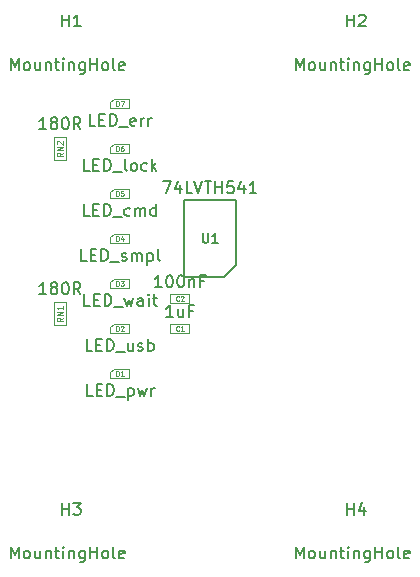
<source format=gbr>
G04 #@! TF.GenerationSoftware,KiCad,Pcbnew,(5.1.2)-1*
G04 #@! TF.CreationDate,2020-09-11T17:35:28+02:00*
G04 #@! TF.ProjectId,LEDadapter,4c454461-6461-4707-9465-722e6b696361,1.0*
G04 #@! TF.SameCoordinates,Original*
G04 #@! TF.FileFunction,Other,Fab,Top*
%FSLAX46Y46*%
G04 Gerber Fmt 4.6, Leading zero omitted, Abs format (unit mm)*
G04 Created by KiCad (PCBNEW (5.1.2)-1) date 2020-09-11 17:35:28*
%MOMM*%
%LPD*%
G04 APERTURE LIST*
%ADD10C,0.100000*%
%ADD11C,0.150000*%
%ADD12C,0.060000*%
%ADD13C,0.075000*%
G04 APERTURE END LIST*
D10*
X93180000Y-94850000D02*
X94780000Y-94850000D01*
X93180000Y-95650000D02*
X93180000Y-94850000D01*
X94780000Y-95650000D02*
X93180000Y-95650000D01*
X94780000Y-94850000D02*
X94780000Y-95650000D01*
X94780000Y-92310000D02*
X94780000Y-93110000D01*
X94780000Y-93110000D02*
X93180000Y-93110000D01*
X93180000Y-93110000D02*
X93180000Y-92310000D01*
X93180000Y-92310000D02*
X94780000Y-92310000D01*
X89700000Y-98660000D02*
X88400000Y-98660000D01*
X88400000Y-98660000D02*
X88100000Y-98960000D01*
X88100000Y-98960000D02*
X88100000Y-99460000D01*
X88100000Y-99460000D02*
X89700000Y-99460000D01*
X89700000Y-99460000D02*
X89700000Y-98660000D01*
X89700000Y-95650000D02*
X89700000Y-94850000D01*
X88100000Y-95650000D02*
X89700000Y-95650000D01*
X88100000Y-95150000D02*
X88100000Y-95650000D01*
X88400000Y-94850000D02*
X88100000Y-95150000D01*
X89700000Y-94850000D02*
X88400000Y-94850000D01*
X89700000Y-91040000D02*
X88400000Y-91040000D01*
X88400000Y-91040000D02*
X88100000Y-91340000D01*
X88100000Y-91340000D02*
X88100000Y-91840000D01*
X88100000Y-91840000D02*
X89700000Y-91840000D01*
X89700000Y-91840000D02*
X89700000Y-91040000D01*
X89700000Y-88030000D02*
X89700000Y-87230000D01*
X88100000Y-88030000D02*
X89700000Y-88030000D01*
X88100000Y-87530000D02*
X88100000Y-88030000D01*
X88400000Y-87230000D02*
X88100000Y-87530000D01*
X89700000Y-87230000D02*
X88400000Y-87230000D01*
X89700000Y-83420000D02*
X88400000Y-83420000D01*
X88400000Y-83420000D02*
X88100000Y-83720000D01*
X88100000Y-83720000D02*
X88100000Y-84220000D01*
X88100000Y-84220000D02*
X89700000Y-84220000D01*
X89700000Y-84220000D02*
X89700000Y-83420000D01*
X89700000Y-80410000D02*
X89700000Y-79610000D01*
X88100000Y-80410000D02*
X89700000Y-80410000D01*
X88100000Y-79910000D02*
X88100000Y-80410000D01*
X88400000Y-79610000D02*
X88100000Y-79910000D01*
X89700000Y-79610000D02*
X88400000Y-79610000D01*
X89700000Y-75800000D02*
X88400000Y-75800000D01*
X88400000Y-75800000D02*
X88100000Y-76100000D01*
X88100000Y-76100000D02*
X88100000Y-76600000D01*
X88100000Y-76600000D02*
X89700000Y-76600000D01*
X89700000Y-76600000D02*
X89700000Y-75800000D01*
X84320000Y-94980000D02*
X83320000Y-94980000D01*
X83320000Y-94980000D02*
X83320000Y-92980000D01*
X83320000Y-92980000D02*
X84320000Y-92980000D01*
X84320000Y-92980000D02*
X84320000Y-94980000D01*
X84320000Y-79010000D02*
X84320000Y-81010000D01*
X83320000Y-79010000D02*
X84320000Y-79010000D01*
X83320000Y-81010000D02*
X83320000Y-79010000D01*
X84320000Y-81010000D02*
X83320000Y-81010000D01*
D11*
X97720000Y-90880000D02*
X94320000Y-90880000D01*
X94320000Y-90880000D02*
X94320000Y-84380000D01*
X94320000Y-84380000D02*
X98720000Y-84380000D01*
X98720000Y-84380000D02*
X98720000Y-89880000D01*
X98720000Y-89880000D02*
X97720000Y-90880000D01*
X93384761Y-94272380D02*
X92813333Y-94272380D01*
X93099047Y-94272380D02*
X93099047Y-93272380D01*
X93003809Y-93415238D01*
X92908571Y-93510476D01*
X92813333Y-93558095D01*
X94241904Y-93605714D02*
X94241904Y-94272380D01*
X93813333Y-93605714D02*
X93813333Y-94129523D01*
X93860952Y-94224761D01*
X93956190Y-94272380D01*
X94099047Y-94272380D01*
X94194285Y-94224761D01*
X94241904Y-94177142D01*
X95051428Y-93748571D02*
X94718095Y-93748571D01*
X94718095Y-94272380D02*
X94718095Y-93272380D01*
X95194285Y-93272380D01*
D12*
X93913333Y-95392857D02*
X93894285Y-95411904D01*
X93837142Y-95430952D01*
X93799047Y-95430952D01*
X93741904Y-95411904D01*
X93703809Y-95373809D01*
X93684761Y-95335714D01*
X93665714Y-95259523D01*
X93665714Y-95202380D01*
X93684761Y-95126190D01*
X93703809Y-95088095D01*
X93741904Y-95050000D01*
X93799047Y-95030952D01*
X93837142Y-95030952D01*
X93894285Y-95050000D01*
X93913333Y-95069047D01*
X94294285Y-95430952D02*
X94065714Y-95430952D01*
X94180000Y-95430952D02*
X94180000Y-95030952D01*
X94141904Y-95088095D01*
X94103809Y-95126190D01*
X94065714Y-95145238D01*
D11*
X92432380Y-91732380D02*
X91860952Y-91732380D01*
X92146666Y-91732380D02*
X92146666Y-90732380D01*
X92051428Y-90875238D01*
X91956190Y-90970476D01*
X91860952Y-91018095D01*
X93051428Y-90732380D02*
X93146666Y-90732380D01*
X93241904Y-90780000D01*
X93289523Y-90827619D01*
X93337142Y-90922857D01*
X93384761Y-91113333D01*
X93384761Y-91351428D01*
X93337142Y-91541904D01*
X93289523Y-91637142D01*
X93241904Y-91684761D01*
X93146666Y-91732380D01*
X93051428Y-91732380D01*
X92956190Y-91684761D01*
X92908571Y-91637142D01*
X92860952Y-91541904D01*
X92813333Y-91351428D01*
X92813333Y-91113333D01*
X92860952Y-90922857D01*
X92908571Y-90827619D01*
X92956190Y-90780000D01*
X93051428Y-90732380D01*
X94003809Y-90732380D02*
X94099047Y-90732380D01*
X94194285Y-90780000D01*
X94241904Y-90827619D01*
X94289523Y-90922857D01*
X94337142Y-91113333D01*
X94337142Y-91351428D01*
X94289523Y-91541904D01*
X94241904Y-91637142D01*
X94194285Y-91684761D01*
X94099047Y-91732380D01*
X94003809Y-91732380D01*
X93908571Y-91684761D01*
X93860952Y-91637142D01*
X93813333Y-91541904D01*
X93765714Y-91351428D01*
X93765714Y-91113333D01*
X93813333Y-90922857D01*
X93860952Y-90827619D01*
X93908571Y-90780000D01*
X94003809Y-90732380D01*
X94765714Y-91065714D02*
X94765714Y-91732380D01*
X94765714Y-91160952D02*
X94813333Y-91113333D01*
X94908571Y-91065714D01*
X95051428Y-91065714D01*
X95146666Y-91113333D01*
X95194285Y-91208571D01*
X95194285Y-91732380D01*
X96003809Y-91208571D02*
X95670476Y-91208571D01*
X95670476Y-91732380D02*
X95670476Y-90732380D01*
X96146666Y-90732380D01*
D12*
X93913333Y-92852857D02*
X93894285Y-92871904D01*
X93837142Y-92890952D01*
X93799047Y-92890952D01*
X93741904Y-92871904D01*
X93703809Y-92833809D01*
X93684761Y-92795714D01*
X93665714Y-92719523D01*
X93665714Y-92662380D01*
X93684761Y-92586190D01*
X93703809Y-92548095D01*
X93741904Y-92510000D01*
X93799047Y-92490952D01*
X93837142Y-92490952D01*
X93894285Y-92510000D01*
X93913333Y-92529047D01*
X94065714Y-92529047D02*
X94084761Y-92510000D01*
X94122857Y-92490952D01*
X94218095Y-92490952D01*
X94256190Y-92510000D01*
X94275238Y-92529047D01*
X94294285Y-92567142D01*
X94294285Y-92605238D01*
X94275238Y-92662380D01*
X94046666Y-92890952D01*
X94294285Y-92890952D01*
D11*
X86590476Y-100942380D02*
X86114285Y-100942380D01*
X86114285Y-99942380D01*
X86923809Y-100418571D02*
X87257142Y-100418571D01*
X87400000Y-100942380D02*
X86923809Y-100942380D01*
X86923809Y-99942380D01*
X87400000Y-99942380D01*
X87828571Y-100942380D02*
X87828571Y-99942380D01*
X88066666Y-99942380D01*
X88209523Y-99990000D01*
X88304761Y-100085238D01*
X88352380Y-100180476D01*
X88400000Y-100370952D01*
X88400000Y-100513809D01*
X88352380Y-100704285D01*
X88304761Y-100799523D01*
X88209523Y-100894761D01*
X88066666Y-100942380D01*
X87828571Y-100942380D01*
X88590476Y-101037619D02*
X89352380Y-101037619D01*
X89590476Y-100275714D02*
X89590476Y-101275714D01*
X89590476Y-100323333D02*
X89685714Y-100275714D01*
X89876190Y-100275714D01*
X89971428Y-100323333D01*
X90019047Y-100370952D01*
X90066666Y-100466190D01*
X90066666Y-100751904D01*
X90019047Y-100847142D01*
X89971428Y-100894761D01*
X89876190Y-100942380D01*
X89685714Y-100942380D01*
X89590476Y-100894761D01*
X90400000Y-100275714D02*
X90590476Y-100942380D01*
X90780952Y-100466190D01*
X90971428Y-100942380D01*
X91161904Y-100275714D01*
X91542857Y-100942380D02*
X91542857Y-100275714D01*
X91542857Y-100466190D02*
X91590476Y-100370952D01*
X91638095Y-100323333D01*
X91733333Y-100275714D01*
X91828571Y-100275714D01*
D12*
X88604761Y-99240952D02*
X88604761Y-98840952D01*
X88700000Y-98840952D01*
X88757142Y-98860000D01*
X88795238Y-98898095D01*
X88814285Y-98936190D01*
X88833333Y-99012380D01*
X88833333Y-99069523D01*
X88814285Y-99145714D01*
X88795238Y-99183809D01*
X88757142Y-99221904D01*
X88700000Y-99240952D01*
X88604761Y-99240952D01*
X89214285Y-99240952D02*
X88985714Y-99240952D01*
X89100000Y-99240952D02*
X89100000Y-98840952D01*
X89061904Y-98898095D01*
X89023809Y-98936190D01*
X88985714Y-98955238D01*
D11*
X86566666Y-97132380D02*
X86090476Y-97132380D01*
X86090476Y-96132380D01*
X86900000Y-96608571D02*
X87233333Y-96608571D01*
X87376190Y-97132380D02*
X86900000Y-97132380D01*
X86900000Y-96132380D01*
X87376190Y-96132380D01*
X87804761Y-97132380D02*
X87804761Y-96132380D01*
X88042857Y-96132380D01*
X88185714Y-96180000D01*
X88280952Y-96275238D01*
X88328571Y-96370476D01*
X88376190Y-96560952D01*
X88376190Y-96703809D01*
X88328571Y-96894285D01*
X88280952Y-96989523D01*
X88185714Y-97084761D01*
X88042857Y-97132380D01*
X87804761Y-97132380D01*
X88566666Y-97227619D02*
X89328571Y-97227619D01*
X89995238Y-96465714D02*
X89995238Y-97132380D01*
X89566666Y-96465714D02*
X89566666Y-96989523D01*
X89614285Y-97084761D01*
X89709523Y-97132380D01*
X89852380Y-97132380D01*
X89947619Y-97084761D01*
X89995238Y-97037142D01*
X90423809Y-97084761D02*
X90519047Y-97132380D01*
X90709523Y-97132380D01*
X90804761Y-97084761D01*
X90852380Y-96989523D01*
X90852380Y-96941904D01*
X90804761Y-96846666D01*
X90709523Y-96799047D01*
X90566666Y-96799047D01*
X90471428Y-96751428D01*
X90423809Y-96656190D01*
X90423809Y-96608571D01*
X90471428Y-96513333D01*
X90566666Y-96465714D01*
X90709523Y-96465714D01*
X90804761Y-96513333D01*
X91280952Y-97132380D02*
X91280952Y-96132380D01*
X91280952Y-96513333D02*
X91376190Y-96465714D01*
X91566666Y-96465714D01*
X91661904Y-96513333D01*
X91709523Y-96560952D01*
X91757142Y-96656190D01*
X91757142Y-96941904D01*
X91709523Y-97037142D01*
X91661904Y-97084761D01*
X91566666Y-97132380D01*
X91376190Y-97132380D01*
X91280952Y-97084761D01*
D12*
X88604761Y-95430952D02*
X88604761Y-95030952D01*
X88700000Y-95030952D01*
X88757142Y-95050000D01*
X88795238Y-95088095D01*
X88814285Y-95126190D01*
X88833333Y-95202380D01*
X88833333Y-95259523D01*
X88814285Y-95335714D01*
X88795238Y-95373809D01*
X88757142Y-95411904D01*
X88700000Y-95430952D01*
X88604761Y-95430952D01*
X88985714Y-95069047D02*
X89004761Y-95050000D01*
X89042857Y-95030952D01*
X89138095Y-95030952D01*
X89176190Y-95050000D01*
X89195238Y-95069047D01*
X89214285Y-95107142D01*
X89214285Y-95145238D01*
X89195238Y-95202380D01*
X88966666Y-95430952D01*
X89214285Y-95430952D01*
D11*
X86376190Y-93322380D02*
X85900000Y-93322380D01*
X85900000Y-92322380D01*
X86709523Y-92798571D02*
X87042857Y-92798571D01*
X87185714Y-93322380D02*
X86709523Y-93322380D01*
X86709523Y-92322380D01*
X87185714Y-92322380D01*
X87614285Y-93322380D02*
X87614285Y-92322380D01*
X87852380Y-92322380D01*
X87995238Y-92370000D01*
X88090476Y-92465238D01*
X88138095Y-92560476D01*
X88185714Y-92750952D01*
X88185714Y-92893809D01*
X88138095Y-93084285D01*
X88090476Y-93179523D01*
X87995238Y-93274761D01*
X87852380Y-93322380D01*
X87614285Y-93322380D01*
X88376190Y-93417619D02*
X89138095Y-93417619D01*
X89280952Y-92655714D02*
X89471428Y-93322380D01*
X89661904Y-92846190D01*
X89852380Y-93322380D01*
X90042857Y-92655714D01*
X90852380Y-93322380D02*
X90852380Y-92798571D01*
X90804761Y-92703333D01*
X90709523Y-92655714D01*
X90519047Y-92655714D01*
X90423809Y-92703333D01*
X90852380Y-93274761D02*
X90757142Y-93322380D01*
X90519047Y-93322380D01*
X90423809Y-93274761D01*
X90376190Y-93179523D01*
X90376190Y-93084285D01*
X90423809Y-92989047D01*
X90519047Y-92941428D01*
X90757142Y-92941428D01*
X90852380Y-92893809D01*
X91328571Y-93322380D02*
X91328571Y-92655714D01*
X91328571Y-92322380D02*
X91280952Y-92370000D01*
X91328571Y-92417619D01*
X91376190Y-92370000D01*
X91328571Y-92322380D01*
X91328571Y-92417619D01*
X91661904Y-92655714D02*
X92042857Y-92655714D01*
X91804761Y-92322380D02*
X91804761Y-93179523D01*
X91852380Y-93274761D01*
X91947619Y-93322380D01*
X92042857Y-93322380D01*
D12*
X88604761Y-91620952D02*
X88604761Y-91220952D01*
X88700000Y-91220952D01*
X88757142Y-91240000D01*
X88795238Y-91278095D01*
X88814285Y-91316190D01*
X88833333Y-91392380D01*
X88833333Y-91449523D01*
X88814285Y-91525714D01*
X88795238Y-91563809D01*
X88757142Y-91601904D01*
X88700000Y-91620952D01*
X88604761Y-91620952D01*
X88966666Y-91220952D02*
X89214285Y-91220952D01*
X89080952Y-91373333D01*
X89138095Y-91373333D01*
X89176190Y-91392380D01*
X89195238Y-91411428D01*
X89214285Y-91449523D01*
X89214285Y-91544761D01*
X89195238Y-91582857D01*
X89176190Y-91601904D01*
X89138095Y-91620952D01*
X89023809Y-91620952D01*
X88985714Y-91601904D01*
X88966666Y-91582857D01*
D11*
X86090476Y-89512380D02*
X85614285Y-89512380D01*
X85614285Y-88512380D01*
X86423809Y-88988571D02*
X86757142Y-88988571D01*
X86900000Y-89512380D02*
X86423809Y-89512380D01*
X86423809Y-88512380D01*
X86900000Y-88512380D01*
X87328571Y-89512380D02*
X87328571Y-88512380D01*
X87566666Y-88512380D01*
X87709523Y-88560000D01*
X87804761Y-88655238D01*
X87852380Y-88750476D01*
X87900000Y-88940952D01*
X87900000Y-89083809D01*
X87852380Y-89274285D01*
X87804761Y-89369523D01*
X87709523Y-89464761D01*
X87566666Y-89512380D01*
X87328571Y-89512380D01*
X88090476Y-89607619D02*
X88852380Y-89607619D01*
X89042857Y-89464761D02*
X89138095Y-89512380D01*
X89328571Y-89512380D01*
X89423809Y-89464761D01*
X89471428Y-89369523D01*
X89471428Y-89321904D01*
X89423809Y-89226666D01*
X89328571Y-89179047D01*
X89185714Y-89179047D01*
X89090476Y-89131428D01*
X89042857Y-89036190D01*
X89042857Y-88988571D01*
X89090476Y-88893333D01*
X89185714Y-88845714D01*
X89328571Y-88845714D01*
X89423809Y-88893333D01*
X89900000Y-89512380D02*
X89900000Y-88845714D01*
X89900000Y-88940952D02*
X89947619Y-88893333D01*
X90042857Y-88845714D01*
X90185714Y-88845714D01*
X90280952Y-88893333D01*
X90328571Y-88988571D01*
X90328571Y-89512380D01*
X90328571Y-88988571D02*
X90376190Y-88893333D01*
X90471428Y-88845714D01*
X90614285Y-88845714D01*
X90709523Y-88893333D01*
X90757142Y-88988571D01*
X90757142Y-89512380D01*
X91233333Y-88845714D02*
X91233333Y-89845714D01*
X91233333Y-88893333D02*
X91328571Y-88845714D01*
X91519047Y-88845714D01*
X91614285Y-88893333D01*
X91661904Y-88940952D01*
X91709523Y-89036190D01*
X91709523Y-89321904D01*
X91661904Y-89417142D01*
X91614285Y-89464761D01*
X91519047Y-89512380D01*
X91328571Y-89512380D01*
X91233333Y-89464761D01*
X92280952Y-89512380D02*
X92185714Y-89464761D01*
X92138095Y-89369523D01*
X92138095Y-88512380D01*
D12*
X88604761Y-87810952D02*
X88604761Y-87410952D01*
X88700000Y-87410952D01*
X88757142Y-87430000D01*
X88795238Y-87468095D01*
X88814285Y-87506190D01*
X88833333Y-87582380D01*
X88833333Y-87639523D01*
X88814285Y-87715714D01*
X88795238Y-87753809D01*
X88757142Y-87791904D01*
X88700000Y-87810952D01*
X88604761Y-87810952D01*
X89176190Y-87544285D02*
X89176190Y-87810952D01*
X89080952Y-87391904D02*
X88985714Y-87677619D01*
X89233333Y-87677619D01*
D11*
X86328571Y-85702380D02*
X85852380Y-85702380D01*
X85852380Y-84702380D01*
X86661904Y-85178571D02*
X86995238Y-85178571D01*
X87138095Y-85702380D02*
X86661904Y-85702380D01*
X86661904Y-84702380D01*
X87138095Y-84702380D01*
X87566666Y-85702380D02*
X87566666Y-84702380D01*
X87804761Y-84702380D01*
X87947619Y-84750000D01*
X88042857Y-84845238D01*
X88090476Y-84940476D01*
X88138095Y-85130952D01*
X88138095Y-85273809D01*
X88090476Y-85464285D01*
X88042857Y-85559523D01*
X87947619Y-85654761D01*
X87804761Y-85702380D01*
X87566666Y-85702380D01*
X88328571Y-85797619D02*
X89090476Y-85797619D01*
X89757142Y-85654761D02*
X89661904Y-85702380D01*
X89471428Y-85702380D01*
X89376190Y-85654761D01*
X89328571Y-85607142D01*
X89280952Y-85511904D01*
X89280952Y-85226190D01*
X89328571Y-85130952D01*
X89376190Y-85083333D01*
X89471428Y-85035714D01*
X89661904Y-85035714D01*
X89757142Y-85083333D01*
X90185714Y-85702380D02*
X90185714Y-85035714D01*
X90185714Y-85130952D02*
X90233333Y-85083333D01*
X90328571Y-85035714D01*
X90471428Y-85035714D01*
X90566666Y-85083333D01*
X90614285Y-85178571D01*
X90614285Y-85702380D01*
X90614285Y-85178571D02*
X90661904Y-85083333D01*
X90757142Y-85035714D01*
X90900000Y-85035714D01*
X90995238Y-85083333D01*
X91042857Y-85178571D01*
X91042857Y-85702380D01*
X91947619Y-85702380D02*
X91947619Y-84702380D01*
X91947619Y-85654761D02*
X91852380Y-85702380D01*
X91661904Y-85702380D01*
X91566666Y-85654761D01*
X91519047Y-85607142D01*
X91471428Y-85511904D01*
X91471428Y-85226190D01*
X91519047Y-85130952D01*
X91566666Y-85083333D01*
X91661904Y-85035714D01*
X91852380Y-85035714D01*
X91947619Y-85083333D01*
D12*
X88604761Y-84000952D02*
X88604761Y-83600952D01*
X88700000Y-83600952D01*
X88757142Y-83620000D01*
X88795238Y-83658095D01*
X88814285Y-83696190D01*
X88833333Y-83772380D01*
X88833333Y-83829523D01*
X88814285Y-83905714D01*
X88795238Y-83943809D01*
X88757142Y-83981904D01*
X88700000Y-84000952D01*
X88604761Y-84000952D01*
X89195238Y-83600952D02*
X89004761Y-83600952D01*
X88985714Y-83791428D01*
X89004761Y-83772380D01*
X89042857Y-83753333D01*
X89138095Y-83753333D01*
X89176190Y-83772380D01*
X89195238Y-83791428D01*
X89214285Y-83829523D01*
X89214285Y-83924761D01*
X89195238Y-83962857D01*
X89176190Y-83981904D01*
X89138095Y-84000952D01*
X89042857Y-84000952D01*
X89004761Y-83981904D01*
X88985714Y-83962857D01*
D11*
X86328571Y-81892380D02*
X85852380Y-81892380D01*
X85852380Y-80892380D01*
X86661904Y-81368571D02*
X86995238Y-81368571D01*
X87138095Y-81892380D02*
X86661904Y-81892380D01*
X86661904Y-80892380D01*
X87138095Y-80892380D01*
X87566666Y-81892380D02*
X87566666Y-80892380D01*
X87804761Y-80892380D01*
X87947619Y-80940000D01*
X88042857Y-81035238D01*
X88090476Y-81130476D01*
X88138095Y-81320952D01*
X88138095Y-81463809D01*
X88090476Y-81654285D01*
X88042857Y-81749523D01*
X87947619Y-81844761D01*
X87804761Y-81892380D01*
X87566666Y-81892380D01*
X88328571Y-81987619D02*
X89090476Y-81987619D01*
X89471428Y-81892380D02*
X89376190Y-81844761D01*
X89328571Y-81749523D01*
X89328571Y-80892380D01*
X89995238Y-81892380D02*
X89900000Y-81844761D01*
X89852380Y-81797142D01*
X89804761Y-81701904D01*
X89804761Y-81416190D01*
X89852380Y-81320952D01*
X89900000Y-81273333D01*
X89995238Y-81225714D01*
X90138095Y-81225714D01*
X90233333Y-81273333D01*
X90280952Y-81320952D01*
X90328571Y-81416190D01*
X90328571Y-81701904D01*
X90280952Y-81797142D01*
X90233333Y-81844761D01*
X90138095Y-81892380D01*
X89995238Y-81892380D01*
X91185714Y-81844761D02*
X91090476Y-81892380D01*
X90900000Y-81892380D01*
X90804761Y-81844761D01*
X90757142Y-81797142D01*
X90709523Y-81701904D01*
X90709523Y-81416190D01*
X90757142Y-81320952D01*
X90804761Y-81273333D01*
X90900000Y-81225714D01*
X91090476Y-81225714D01*
X91185714Y-81273333D01*
X91614285Y-81892380D02*
X91614285Y-80892380D01*
X91709523Y-81511428D02*
X91995238Y-81892380D01*
X91995238Y-81225714D02*
X91614285Y-81606666D01*
D12*
X88604761Y-80190952D02*
X88604761Y-79790952D01*
X88700000Y-79790952D01*
X88757142Y-79810000D01*
X88795238Y-79848095D01*
X88814285Y-79886190D01*
X88833333Y-79962380D01*
X88833333Y-80019523D01*
X88814285Y-80095714D01*
X88795238Y-80133809D01*
X88757142Y-80171904D01*
X88700000Y-80190952D01*
X88604761Y-80190952D01*
X89176190Y-79790952D02*
X89100000Y-79790952D01*
X89061904Y-79810000D01*
X89042857Y-79829047D01*
X89004761Y-79886190D01*
X88985714Y-79962380D01*
X88985714Y-80114761D01*
X89004761Y-80152857D01*
X89023809Y-80171904D01*
X89061904Y-80190952D01*
X89138095Y-80190952D01*
X89176190Y-80171904D01*
X89195238Y-80152857D01*
X89214285Y-80114761D01*
X89214285Y-80019523D01*
X89195238Y-79981428D01*
X89176190Y-79962380D01*
X89138095Y-79943333D01*
X89061904Y-79943333D01*
X89023809Y-79962380D01*
X89004761Y-79981428D01*
X88985714Y-80019523D01*
D11*
X86828571Y-78082380D02*
X86352380Y-78082380D01*
X86352380Y-77082380D01*
X87161904Y-77558571D02*
X87495238Y-77558571D01*
X87638095Y-78082380D02*
X87161904Y-78082380D01*
X87161904Y-77082380D01*
X87638095Y-77082380D01*
X88066666Y-78082380D02*
X88066666Y-77082380D01*
X88304761Y-77082380D01*
X88447619Y-77130000D01*
X88542857Y-77225238D01*
X88590476Y-77320476D01*
X88638095Y-77510952D01*
X88638095Y-77653809D01*
X88590476Y-77844285D01*
X88542857Y-77939523D01*
X88447619Y-78034761D01*
X88304761Y-78082380D01*
X88066666Y-78082380D01*
X88828571Y-78177619D02*
X89590476Y-78177619D01*
X90209523Y-78034761D02*
X90114285Y-78082380D01*
X89923809Y-78082380D01*
X89828571Y-78034761D01*
X89780952Y-77939523D01*
X89780952Y-77558571D01*
X89828571Y-77463333D01*
X89923809Y-77415714D01*
X90114285Y-77415714D01*
X90209523Y-77463333D01*
X90257142Y-77558571D01*
X90257142Y-77653809D01*
X89780952Y-77749047D01*
X90685714Y-78082380D02*
X90685714Y-77415714D01*
X90685714Y-77606190D02*
X90733333Y-77510952D01*
X90780952Y-77463333D01*
X90876190Y-77415714D01*
X90971428Y-77415714D01*
X91304761Y-78082380D02*
X91304761Y-77415714D01*
X91304761Y-77606190D02*
X91352380Y-77510952D01*
X91400000Y-77463333D01*
X91495238Y-77415714D01*
X91590476Y-77415714D01*
D12*
X88604761Y-76380952D02*
X88604761Y-75980952D01*
X88700000Y-75980952D01*
X88757142Y-76000000D01*
X88795238Y-76038095D01*
X88814285Y-76076190D01*
X88833333Y-76152380D01*
X88833333Y-76209523D01*
X88814285Y-76285714D01*
X88795238Y-76323809D01*
X88757142Y-76361904D01*
X88700000Y-76380952D01*
X88604761Y-76380952D01*
X88966666Y-75980952D02*
X89233333Y-75980952D01*
X89061904Y-76380952D01*
D11*
X79669285Y-73367380D02*
X79669285Y-72367380D01*
X80002619Y-73081666D01*
X80335952Y-72367380D01*
X80335952Y-73367380D01*
X80955000Y-73367380D02*
X80859761Y-73319761D01*
X80812142Y-73272142D01*
X80764523Y-73176904D01*
X80764523Y-72891190D01*
X80812142Y-72795952D01*
X80859761Y-72748333D01*
X80955000Y-72700714D01*
X81097857Y-72700714D01*
X81193095Y-72748333D01*
X81240714Y-72795952D01*
X81288333Y-72891190D01*
X81288333Y-73176904D01*
X81240714Y-73272142D01*
X81193095Y-73319761D01*
X81097857Y-73367380D01*
X80955000Y-73367380D01*
X82145476Y-72700714D02*
X82145476Y-73367380D01*
X81716904Y-72700714D02*
X81716904Y-73224523D01*
X81764523Y-73319761D01*
X81859761Y-73367380D01*
X82002619Y-73367380D01*
X82097857Y-73319761D01*
X82145476Y-73272142D01*
X82621666Y-72700714D02*
X82621666Y-73367380D01*
X82621666Y-72795952D02*
X82669285Y-72748333D01*
X82764523Y-72700714D01*
X82907380Y-72700714D01*
X83002619Y-72748333D01*
X83050238Y-72843571D01*
X83050238Y-73367380D01*
X83383571Y-72700714D02*
X83764523Y-72700714D01*
X83526428Y-72367380D02*
X83526428Y-73224523D01*
X83574047Y-73319761D01*
X83669285Y-73367380D01*
X83764523Y-73367380D01*
X84097857Y-73367380D02*
X84097857Y-72700714D01*
X84097857Y-72367380D02*
X84050238Y-72415000D01*
X84097857Y-72462619D01*
X84145476Y-72415000D01*
X84097857Y-72367380D01*
X84097857Y-72462619D01*
X84574047Y-72700714D02*
X84574047Y-73367380D01*
X84574047Y-72795952D02*
X84621666Y-72748333D01*
X84716904Y-72700714D01*
X84859761Y-72700714D01*
X84955000Y-72748333D01*
X85002619Y-72843571D01*
X85002619Y-73367380D01*
X85907380Y-72700714D02*
X85907380Y-73510238D01*
X85859761Y-73605476D01*
X85812142Y-73653095D01*
X85716904Y-73700714D01*
X85574047Y-73700714D01*
X85478809Y-73653095D01*
X85907380Y-73319761D02*
X85812142Y-73367380D01*
X85621666Y-73367380D01*
X85526428Y-73319761D01*
X85478809Y-73272142D01*
X85431190Y-73176904D01*
X85431190Y-72891190D01*
X85478809Y-72795952D01*
X85526428Y-72748333D01*
X85621666Y-72700714D01*
X85812142Y-72700714D01*
X85907380Y-72748333D01*
X86383571Y-73367380D02*
X86383571Y-72367380D01*
X86383571Y-72843571D02*
X86955000Y-72843571D01*
X86955000Y-73367380D02*
X86955000Y-72367380D01*
X87574047Y-73367380D02*
X87478809Y-73319761D01*
X87431190Y-73272142D01*
X87383571Y-73176904D01*
X87383571Y-72891190D01*
X87431190Y-72795952D01*
X87478809Y-72748333D01*
X87574047Y-72700714D01*
X87716904Y-72700714D01*
X87812142Y-72748333D01*
X87859761Y-72795952D01*
X87907380Y-72891190D01*
X87907380Y-73176904D01*
X87859761Y-73272142D01*
X87812142Y-73319761D01*
X87716904Y-73367380D01*
X87574047Y-73367380D01*
X88478809Y-73367380D02*
X88383571Y-73319761D01*
X88335952Y-73224523D01*
X88335952Y-72367380D01*
X89240714Y-73319761D02*
X89145476Y-73367380D01*
X88955000Y-73367380D01*
X88859761Y-73319761D01*
X88812142Y-73224523D01*
X88812142Y-72843571D01*
X88859761Y-72748333D01*
X88955000Y-72700714D01*
X89145476Y-72700714D01*
X89240714Y-72748333D01*
X89288333Y-72843571D01*
X89288333Y-72938809D01*
X88812142Y-73034047D01*
X83993095Y-69667380D02*
X83993095Y-68667380D01*
X83993095Y-69143571D02*
X84564523Y-69143571D01*
X84564523Y-69667380D02*
X84564523Y-68667380D01*
X85564523Y-69667380D02*
X84993095Y-69667380D01*
X85278809Y-69667380D02*
X85278809Y-68667380D01*
X85183571Y-68810238D01*
X85088333Y-68905476D01*
X84993095Y-68953095D01*
X103799285Y-73367380D02*
X103799285Y-72367380D01*
X104132619Y-73081666D01*
X104465952Y-72367380D01*
X104465952Y-73367380D01*
X105085000Y-73367380D02*
X104989761Y-73319761D01*
X104942142Y-73272142D01*
X104894523Y-73176904D01*
X104894523Y-72891190D01*
X104942142Y-72795952D01*
X104989761Y-72748333D01*
X105085000Y-72700714D01*
X105227857Y-72700714D01*
X105323095Y-72748333D01*
X105370714Y-72795952D01*
X105418333Y-72891190D01*
X105418333Y-73176904D01*
X105370714Y-73272142D01*
X105323095Y-73319761D01*
X105227857Y-73367380D01*
X105085000Y-73367380D01*
X106275476Y-72700714D02*
X106275476Y-73367380D01*
X105846904Y-72700714D02*
X105846904Y-73224523D01*
X105894523Y-73319761D01*
X105989761Y-73367380D01*
X106132619Y-73367380D01*
X106227857Y-73319761D01*
X106275476Y-73272142D01*
X106751666Y-72700714D02*
X106751666Y-73367380D01*
X106751666Y-72795952D02*
X106799285Y-72748333D01*
X106894523Y-72700714D01*
X107037380Y-72700714D01*
X107132619Y-72748333D01*
X107180238Y-72843571D01*
X107180238Y-73367380D01*
X107513571Y-72700714D02*
X107894523Y-72700714D01*
X107656428Y-72367380D02*
X107656428Y-73224523D01*
X107704047Y-73319761D01*
X107799285Y-73367380D01*
X107894523Y-73367380D01*
X108227857Y-73367380D02*
X108227857Y-72700714D01*
X108227857Y-72367380D02*
X108180238Y-72415000D01*
X108227857Y-72462619D01*
X108275476Y-72415000D01*
X108227857Y-72367380D01*
X108227857Y-72462619D01*
X108704047Y-72700714D02*
X108704047Y-73367380D01*
X108704047Y-72795952D02*
X108751666Y-72748333D01*
X108846904Y-72700714D01*
X108989761Y-72700714D01*
X109085000Y-72748333D01*
X109132619Y-72843571D01*
X109132619Y-73367380D01*
X110037380Y-72700714D02*
X110037380Y-73510238D01*
X109989761Y-73605476D01*
X109942142Y-73653095D01*
X109846904Y-73700714D01*
X109704047Y-73700714D01*
X109608809Y-73653095D01*
X110037380Y-73319761D02*
X109942142Y-73367380D01*
X109751666Y-73367380D01*
X109656428Y-73319761D01*
X109608809Y-73272142D01*
X109561190Y-73176904D01*
X109561190Y-72891190D01*
X109608809Y-72795952D01*
X109656428Y-72748333D01*
X109751666Y-72700714D01*
X109942142Y-72700714D01*
X110037380Y-72748333D01*
X110513571Y-73367380D02*
X110513571Y-72367380D01*
X110513571Y-72843571D02*
X111085000Y-72843571D01*
X111085000Y-73367380D02*
X111085000Y-72367380D01*
X111704047Y-73367380D02*
X111608809Y-73319761D01*
X111561190Y-73272142D01*
X111513571Y-73176904D01*
X111513571Y-72891190D01*
X111561190Y-72795952D01*
X111608809Y-72748333D01*
X111704047Y-72700714D01*
X111846904Y-72700714D01*
X111942142Y-72748333D01*
X111989761Y-72795952D01*
X112037380Y-72891190D01*
X112037380Y-73176904D01*
X111989761Y-73272142D01*
X111942142Y-73319761D01*
X111846904Y-73367380D01*
X111704047Y-73367380D01*
X112608809Y-73367380D02*
X112513571Y-73319761D01*
X112465952Y-73224523D01*
X112465952Y-72367380D01*
X113370714Y-73319761D02*
X113275476Y-73367380D01*
X113085000Y-73367380D01*
X112989761Y-73319761D01*
X112942142Y-73224523D01*
X112942142Y-72843571D01*
X112989761Y-72748333D01*
X113085000Y-72700714D01*
X113275476Y-72700714D01*
X113370714Y-72748333D01*
X113418333Y-72843571D01*
X113418333Y-72938809D01*
X112942142Y-73034047D01*
X108123095Y-69667380D02*
X108123095Y-68667380D01*
X108123095Y-69143571D02*
X108694523Y-69143571D01*
X108694523Y-69667380D02*
X108694523Y-68667380D01*
X109123095Y-68762619D02*
X109170714Y-68715000D01*
X109265952Y-68667380D01*
X109504047Y-68667380D01*
X109599285Y-68715000D01*
X109646904Y-68762619D01*
X109694523Y-68857857D01*
X109694523Y-68953095D01*
X109646904Y-69095952D01*
X109075476Y-69667380D01*
X109694523Y-69667380D01*
X79669285Y-114705880D02*
X79669285Y-113705880D01*
X80002619Y-114420166D01*
X80335952Y-113705880D01*
X80335952Y-114705880D01*
X80955000Y-114705880D02*
X80859761Y-114658261D01*
X80812142Y-114610642D01*
X80764523Y-114515404D01*
X80764523Y-114229690D01*
X80812142Y-114134452D01*
X80859761Y-114086833D01*
X80955000Y-114039214D01*
X81097857Y-114039214D01*
X81193095Y-114086833D01*
X81240714Y-114134452D01*
X81288333Y-114229690D01*
X81288333Y-114515404D01*
X81240714Y-114610642D01*
X81193095Y-114658261D01*
X81097857Y-114705880D01*
X80955000Y-114705880D01*
X82145476Y-114039214D02*
X82145476Y-114705880D01*
X81716904Y-114039214D02*
X81716904Y-114563023D01*
X81764523Y-114658261D01*
X81859761Y-114705880D01*
X82002619Y-114705880D01*
X82097857Y-114658261D01*
X82145476Y-114610642D01*
X82621666Y-114039214D02*
X82621666Y-114705880D01*
X82621666Y-114134452D02*
X82669285Y-114086833D01*
X82764523Y-114039214D01*
X82907380Y-114039214D01*
X83002619Y-114086833D01*
X83050238Y-114182071D01*
X83050238Y-114705880D01*
X83383571Y-114039214D02*
X83764523Y-114039214D01*
X83526428Y-113705880D02*
X83526428Y-114563023D01*
X83574047Y-114658261D01*
X83669285Y-114705880D01*
X83764523Y-114705880D01*
X84097857Y-114705880D02*
X84097857Y-114039214D01*
X84097857Y-113705880D02*
X84050238Y-113753500D01*
X84097857Y-113801119D01*
X84145476Y-113753500D01*
X84097857Y-113705880D01*
X84097857Y-113801119D01*
X84574047Y-114039214D02*
X84574047Y-114705880D01*
X84574047Y-114134452D02*
X84621666Y-114086833D01*
X84716904Y-114039214D01*
X84859761Y-114039214D01*
X84955000Y-114086833D01*
X85002619Y-114182071D01*
X85002619Y-114705880D01*
X85907380Y-114039214D02*
X85907380Y-114848738D01*
X85859761Y-114943976D01*
X85812142Y-114991595D01*
X85716904Y-115039214D01*
X85574047Y-115039214D01*
X85478809Y-114991595D01*
X85907380Y-114658261D02*
X85812142Y-114705880D01*
X85621666Y-114705880D01*
X85526428Y-114658261D01*
X85478809Y-114610642D01*
X85431190Y-114515404D01*
X85431190Y-114229690D01*
X85478809Y-114134452D01*
X85526428Y-114086833D01*
X85621666Y-114039214D01*
X85812142Y-114039214D01*
X85907380Y-114086833D01*
X86383571Y-114705880D02*
X86383571Y-113705880D01*
X86383571Y-114182071D02*
X86955000Y-114182071D01*
X86955000Y-114705880D02*
X86955000Y-113705880D01*
X87574047Y-114705880D02*
X87478809Y-114658261D01*
X87431190Y-114610642D01*
X87383571Y-114515404D01*
X87383571Y-114229690D01*
X87431190Y-114134452D01*
X87478809Y-114086833D01*
X87574047Y-114039214D01*
X87716904Y-114039214D01*
X87812142Y-114086833D01*
X87859761Y-114134452D01*
X87907380Y-114229690D01*
X87907380Y-114515404D01*
X87859761Y-114610642D01*
X87812142Y-114658261D01*
X87716904Y-114705880D01*
X87574047Y-114705880D01*
X88478809Y-114705880D02*
X88383571Y-114658261D01*
X88335952Y-114563023D01*
X88335952Y-113705880D01*
X89240714Y-114658261D02*
X89145476Y-114705880D01*
X88955000Y-114705880D01*
X88859761Y-114658261D01*
X88812142Y-114563023D01*
X88812142Y-114182071D01*
X88859761Y-114086833D01*
X88955000Y-114039214D01*
X89145476Y-114039214D01*
X89240714Y-114086833D01*
X89288333Y-114182071D01*
X89288333Y-114277309D01*
X88812142Y-114372547D01*
X83993095Y-111005880D02*
X83993095Y-110005880D01*
X83993095Y-110482071D02*
X84564523Y-110482071D01*
X84564523Y-111005880D02*
X84564523Y-110005880D01*
X84945476Y-110005880D02*
X85564523Y-110005880D01*
X85231190Y-110386833D01*
X85374047Y-110386833D01*
X85469285Y-110434452D01*
X85516904Y-110482071D01*
X85564523Y-110577309D01*
X85564523Y-110815404D01*
X85516904Y-110910642D01*
X85469285Y-110958261D01*
X85374047Y-111005880D01*
X85088333Y-111005880D01*
X84993095Y-110958261D01*
X84945476Y-110910642D01*
X103799285Y-114705880D02*
X103799285Y-113705880D01*
X104132619Y-114420166D01*
X104465952Y-113705880D01*
X104465952Y-114705880D01*
X105085000Y-114705880D02*
X104989761Y-114658261D01*
X104942142Y-114610642D01*
X104894523Y-114515404D01*
X104894523Y-114229690D01*
X104942142Y-114134452D01*
X104989761Y-114086833D01*
X105085000Y-114039214D01*
X105227857Y-114039214D01*
X105323095Y-114086833D01*
X105370714Y-114134452D01*
X105418333Y-114229690D01*
X105418333Y-114515404D01*
X105370714Y-114610642D01*
X105323095Y-114658261D01*
X105227857Y-114705880D01*
X105085000Y-114705880D01*
X106275476Y-114039214D02*
X106275476Y-114705880D01*
X105846904Y-114039214D02*
X105846904Y-114563023D01*
X105894523Y-114658261D01*
X105989761Y-114705880D01*
X106132619Y-114705880D01*
X106227857Y-114658261D01*
X106275476Y-114610642D01*
X106751666Y-114039214D02*
X106751666Y-114705880D01*
X106751666Y-114134452D02*
X106799285Y-114086833D01*
X106894523Y-114039214D01*
X107037380Y-114039214D01*
X107132619Y-114086833D01*
X107180238Y-114182071D01*
X107180238Y-114705880D01*
X107513571Y-114039214D02*
X107894523Y-114039214D01*
X107656428Y-113705880D02*
X107656428Y-114563023D01*
X107704047Y-114658261D01*
X107799285Y-114705880D01*
X107894523Y-114705880D01*
X108227857Y-114705880D02*
X108227857Y-114039214D01*
X108227857Y-113705880D02*
X108180238Y-113753500D01*
X108227857Y-113801119D01*
X108275476Y-113753500D01*
X108227857Y-113705880D01*
X108227857Y-113801119D01*
X108704047Y-114039214D02*
X108704047Y-114705880D01*
X108704047Y-114134452D02*
X108751666Y-114086833D01*
X108846904Y-114039214D01*
X108989761Y-114039214D01*
X109085000Y-114086833D01*
X109132619Y-114182071D01*
X109132619Y-114705880D01*
X110037380Y-114039214D02*
X110037380Y-114848738D01*
X109989761Y-114943976D01*
X109942142Y-114991595D01*
X109846904Y-115039214D01*
X109704047Y-115039214D01*
X109608809Y-114991595D01*
X110037380Y-114658261D02*
X109942142Y-114705880D01*
X109751666Y-114705880D01*
X109656428Y-114658261D01*
X109608809Y-114610642D01*
X109561190Y-114515404D01*
X109561190Y-114229690D01*
X109608809Y-114134452D01*
X109656428Y-114086833D01*
X109751666Y-114039214D01*
X109942142Y-114039214D01*
X110037380Y-114086833D01*
X110513571Y-114705880D02*
X110513571Y-113705880D01*
X110513571Y-114182071D02*
X111085000Y-114182071D01*
X111085000Y-114705880D02*
X111085000Y-113705880D01*
X111704047Y-114705880D02*
X111608809Y-114658261D01*
X111561190Y-114610642D01*
X111513571Y-114515404D01*
X111513571Y-114229690D01*
X111561190Y-114134452D01*
X111608809Y-114086833D01*
X111704047Y-114039214D01*
X111846904Y-114039214D01*
X111942142Y-114086833D01*
X111989761Y-114134452D01*
X112037380Y-114229690D01*
X112037380Y-114515404D01*
X111989761Y-114610642D01*
X111942142Y-114658261D01*
X111846904Y-114705880D01*
X111704047Y-114705880D01*
X112608809Y-114705880D02*
X112513571Y-114658261D01*
X112465952Y-114563023D01*
X112465952Y-113705880D01*
X113370714Y-114658261D02*
X113275476Y-114705880D01*
X113085000Y-114705880D01*
X112989761Y-114658261D01*
X112942142Y-114563023D01*
X112942142Y-114182071D01*
X112989761Y-114086833D01*
X113085000Y-114039214D01*
X113275476Y-114039214D01*
X113370714Y-114086833D01*
X113418333Y-114182071D01*
X113418333Y-114277309D01*
X112942142Y-114372547D01*
X108123095Y-111005880D02*
X108123095Y-110005880D01*
X108123095Y-110482071D02*
X108694523Y-110482071D01*
X108694523Y-111005880D02*
X108694523Y-110005880D01*
X109599285Y-110339214D02*
X109599285Y-111005880D01*
X109361190Y-109958261D02*
X109123095Y-110672547D01*
X109742142Y-110672547D01*
X82653333Y-92332380D02*
X82081904Y-92332380D01*
X82367619Y-92332380D02*
X82367619Y-91332380D01*
X82272380Y-91475238D01*
X82177142Y-91570476D01*
X82081904Y-91618095D01*
X83224761Y-91760952D02*
X83129523Y-91713333D01*
X83081904Y-91665714D01*
X83034285Y-91570476D01*
X83034285Y-91522857D01*
X83081904Y-91427619D01*
X83129523Y-91380000D01*
X83224761Y-91332380D01*
X83415238Y-91332380D01*
X83510476Y-91380000D01*
X83558095Y-91427619D01*
X83605714Y-91522857D01*
X83605714Y-91570476D01*
X83558095Y-91665714D01*
X83510476Y-91713333D01*
X83415238Y-91760952D01*
X83224761Y-91760952D01*
X83129523Y-91808571D01*
X83081904Y-91856190D01*
X83034285Y-91951428D01*
X83034285Y-92141904D01*
X83081904Y-92237142D01*
X83129523Y-92284761D01*
X83224761Y-92332380D01*
X83415238Y-92332380D01*
X83510476Y-92284761D01*
X83558095Y-92237142D01*
X83605714Y-92141904D01*
X83605714Y-91951428D01*
X83558095Y-91856190D01*
X83510476Y-91808571D01*
X83415238Y-91760952D01*
X84224761Y-91332380D02*
X84320000Y-91332380D01*
X84415238Y-91380000D01*
X84462857Y-91427619D01*
X84510476Y-91522857D01*
X84558095Y-91713333D01*
X84558095Y-91951428D01*
X84510476Y-92141904D01*
X84462857Y-92237142D01*
X84415238Y-92284761D01*
X84320000Y-92332380D01*
X84224761Y-92332380D01*
X84129523Y-92284761D01*
X84081904Y-92237142D01*
X84034285Y-92141904D01*
X83986666Y-91951428D01*
X83986666Y-91713333D01*
X84034285Y-91522857D01*
X84081904Y-91427619D01*
X84129523Y-91380000D01*
X84224761Y-91332380D01*
X85558095Y-92332380D02*
X85224761Y-91856190D01*
X84986666Y-92332380D02*
X84986666Y-91332380D01*
X85367619Y-91332380D01*
X85462857Y-91380000D01*
X85510476Y-91427619D01*
X85558095Y-91522857D01*
X85558095Y-91665714D01*
X85510476Y-91760952D01*
X85462857Y-91808571D01*
X85367619Y-91856190D01*
X84986666Y-91856190D01*
D13*
X84046190Y-94325238D02*
X83808095Y-94491904D01*
X84046190Y-94610952D02*
X83546190Y-94610952D01*
X83546190Y-94420476D01*
X83570000Y-94372857D01*
X83593809Y-94349047D01*
X83641428Y-94325238D01*
X83712857Y-94325238D01*
X83760476Y-94349047D01*
X83784285Y-94372857D01*
X83808095Y-94420476D01*
X83808095Y-94610952D01*
X84046190Y-94110952D02*
X83546190Y-94110952D01*
X84046190Y-93825238D01*
X83546190Y-93825238D01*
X84046190Y-93325238D02*
X84046190Y-93610952D01*
X84046190Y-93468095D02*
X83546190Y-93468095D01*
X83617619Y-93515714D01*
X83665238Y-93563333D01*
X83689047Y-93610952D01*
D11*
X82653333Y-78362380D02*
X82081904Y-78362380D01*
X82367619Y-78362380D02*
X82367619Y-77362380D01*
X82272380Y-77505238D01*
X82177142Y-77600476D01*
X82081904Y-77648095D01*
X83224761Y-77790952D02*
X83129523Y-77743333D01*
X83081904Y-77695714D01*
X83034285Y-77600476D01*
X83034285Y-77552857D01*
X83081904Y-77457619D01*
X83129523Y-77410000D01*
X83224761Y-77362380D01*
X83415238Y-77362380D01*
X83510476Y-77410000D01*
X83558095Y-77457619D01*
X83605714Y-77552857D01*
X83605714Y-77600476D01*
X83558095Y-77695714D01*
X83510476Y-77743333D01*
X83415238Y-77790952D01*
X83224761Y-77790952D01*
X83129523Y-77838571D01*
X83081904Y-77886190D01*
X83034285Y-77981428D01*
X83034285Y-78171904D01*
X83081904Y-78267142D01*
X83129523Y-78314761D01*
X83224761Y-78362380D01*
X83415238Y-78362380D01*
X83510476Y-78314761D01*
X83558095Y-78267142D01*
X83605714Y-78171904D01*
X83605714Y-77981428D01*
X83558095Y-77886190D01*
X83510476Y-77838571D01*
X83415238Y-77790952D01*
X84224761Y-77362380D02*
X84320000Y-77362380D01*
X84415238Y-77410000D01*
X84462857Y-77457619D01*
X84510476Y-77552857D01*
X84558095Y-77743333D01*
X84558095Y-77981428D01*
X84510476Y-78171904D01*
X84462857Y-78267142D01*
X84415238Y-78314761D01*
X84320000Y-78362380D01*
X84224761Y-78362380D01*
X84129523Y-78314761D01*
X84081904Y-78267142D01*
X84034285Y-78171904D01*
X83986666Y-77981428D01*
X83986666Y-77743333D01*
X84034285Y-77552857D01*
X84081904Y-77457619D01*
X84129523Y-77410000D01*
X84224761Y-77362380D01*
X85558095Y-78362380D02*
X85224761Y-77886190D01*
X84986666Y-78362380D02*
X84986666Y-77362380D01*
X85367619Y-77362380D01*
X85462857Y-77410000D01*
X85510476Y-77457619D01*
X85558095Y-77552857D01*
X85558095Y-77695714D01*
X85510476Y-77790952D01*
X85462857Y-77838571D01*
X85367619Y-77886190D01*
X84986666Y-77886190D01*
D13*
X84046190Y-80355238D02*
X83808095Y-80521904D01*
X84046190Y-80640952D02*
X83546190Y-80640952D01*
X83546190Y-80450476D01*
X83570000Y-80402857D01*
X83593809Y-80379047D01*
X83641428Y-80355238D01*
X83712857Y-80355238D01*
X83760476Y-80379047D01*
X83784285Y-80402857D01*
X83808095Y-80450476D01*
X83808095Y-80640952D01*
X84046190Y-80140952D02*
X83546190Y-80140952D01*
X84046190Y-79855238D01*
X83546190Y-79855238D01*
X83593809Y-79640952D02*
X83570000Y-79617142D01*
X83546190Y-79569523D01*
X83546190Y-79450476D01*
X83570000Y-79402857D01*
X83593809Y-79379047D01*
X83641428Y-79355238D01*
X83689047Y-79355238D01*
X83760476Y-79379047D01*
X84046190Y-79664761D01*
X84046190Y-79355238D01*
D11*
X92543809Y-82782380D02*
X93210476Y-82782380D01*
X92781904Y-83782380D01*
X94020000Y-83115714D02*
X94020000Y-83782380D01*
X93781904Y-82734761D02*
X93543809Y-83449047D01*
X94162857Y-83449047D01*
X95020000Y-83782380D02*
X94543809Y-83782380D01*
X94543809Y-82782380D01*
X95210476Y-82782380D02*
X95543809Y-83782380D01*
X95877142Y-82782380D01*
X96067619Y-82782380D02*
X96639047Y-82782380D01*
X96353333Y-83782380D02*
X96353333Y-82782380D01*
X96972380Y-83782380D02*
X96972380Y-82782380D01*
X96972380Y-83258571D02*
X97543809Y-83258571D01*
X97543809Y-83782380D02*
X97543809Y-82782380D01*
X98496190Y-82782380D02*
X98020000Y-82782380D01*
X97972380Y-83258571D01*
X98020000Y-83210952D01*
X98115238Y-83163333D01*
X98353333Y-83163333D01*
X98448571Y-83210952D01*
X98496190Y-83258571D01*
X98543809Y-83353809D01*
X98543809Y-83591904D01*
X98496190Y-83687142D01*
X98448571Y-83734761D01*
X98353333Y-83782380D01*
X98115238Y-83782380D01*
X98020000Y-83734761D01*
X97972380Y-83687142D01*
X99400952Y-83115714D02*
X99400952Y-83782380D01*
X99162857Y-82734761D02*
X98924761Y-83449047D01*
X99543809Y-83449047D01*
X100448571Y-83782380D02*
X99877142Y-83782380D01*
X100162857Y-83782380D02*
X100162857Y-82782380D01*
X100067619Y-82925238D01*
X99972380Y-83020476D01*
X99877142Y-83068095D01*
X95910476Y-87191904D02*
X95910476Y-87839523D01*
X95948571Y-87915714D01*
X95986666Y-87953809D01*
X96062857Y-87991904D01*
X96215238Y-87991904D01*
X96291428Y-87953809D01*
X96329523Y-87915714D01*
X96367619Y-87839523D01*
X96367619Y-87191904D01*
X97167619Y-87991904D02*
X96710476Y-87991904D01*
X96939047Y-87991904D02*
X96939047Y-87191904D01*
X96862857Y-87306190D01*
X96786666Y-87382380D01*
X96710476Y-87420476D01*
M02*

</source>
